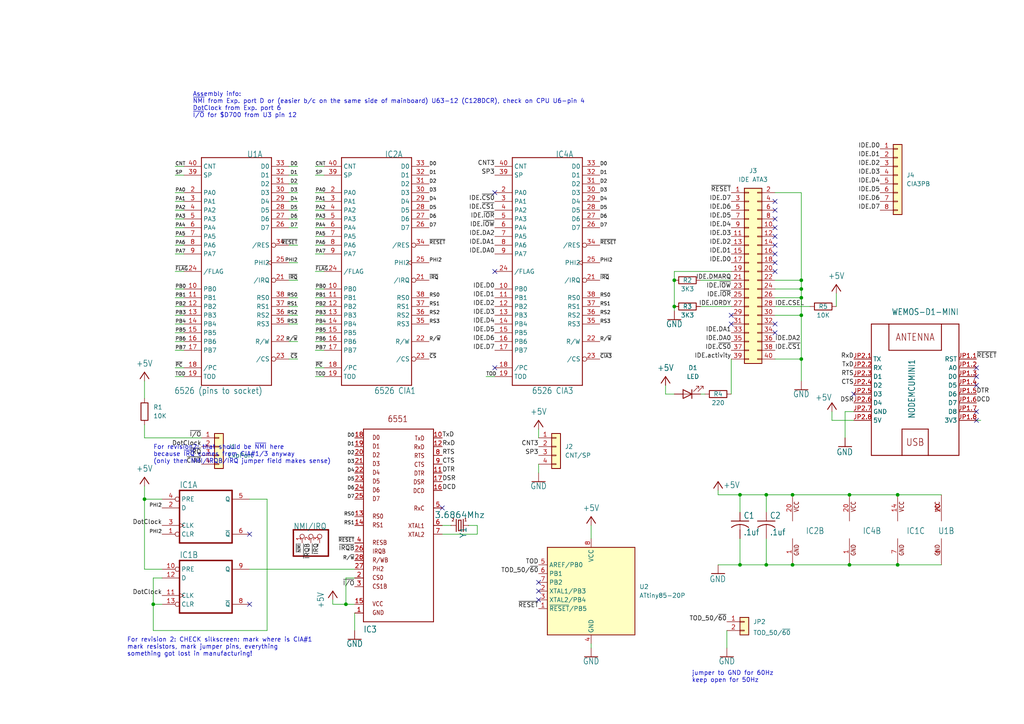
<source format=kicad_sch>
(kicad_sch (version 20211123) (generator eeschema)
  (paper "A4")
  (lib_symbols
    (symbol "Connector_Generic:Conn_01x02" (pin_names (offset 1.016) hide)
      (property "Reference" "J" (at 0 2.54 0))
      (property "Value" "Conn_01x02" (at 0 -5.08 0))
      (symbol "Conn_01x02_1_1"
        (pin passive line (at -5.08 0 0) (length 3.81) (name "Pin_1") (number "1"))
        (pin passive line (at -5.08 -2.54 0) (length 3.81) (name "Pin_2") (number "2"))
      )
    )
    (symbol "Connector_Generic:Conn_01x04" (pin_names (offset 1.016) hide)
      (property "Reference" "J" (at 0 5.08 0))
      (property "Value" "Conn_01x04" (at 0 -7.62 0))
      (symbol "Conn_01x04_1_1"
        (pin passive line (at -5.08 2.54 0) (length 3.81) (name "Pin_1") (number "1"))
        (pin passive line (at -5.08 0 0) (length 3.81) (name "Pin_2") (number "2"))
        (pin passive line (at -5.08 -2.54 0) (length 3.81) (name "Pin_3") (number "3"))
        (pin passive line (at -5.08 -5.08 0) (length 3.81) (name "Pin_4") (number "4"))
      )
    )
    (symbol "Connector_Generic:Conn_01x08" (pin_names (offset 1.016) hide)
      (property "Reference" "J" (at 0 10.16 0))
      (property "Value" "Conn_01x08" (at 0 -12.7 0))
      (symbol "Conn_01x08_1_1"
        (pin passive line (at -5.08 7.62 0) (length 3.81) (name "Pin_1") (number "1"))
        (pin passive line (at -5.08 5.08 0) (length 3.81) (name "Pin_2") (number "2"))
        (pin passive line (at -5.08 2.54 0) (length 3.81) (name "Pin_3") (number "3"))
        (pin passive line (at -5.08 0 0) (length 3.81) (name "Pin_4") (number "4"))
        (pin passive line (at -5.08 -2.54 0) (length 3.81) (name "Pin_5") (number "5"))
        (pin passive line (at -5.08 -5.08 0) (length 3.81) (name "Pin_6") (number "6"))
        (pin passive line (at -5.08 -7.62 0) (length 3.81) (name "Pin_7") (number "7"))
        (pin passive line (at -5.08 -10.16 0) (length 3.81) (name "Pin_8") (number "8"))
      )
    )
    (symbol "Connector_Generic:Conn_02x20_Odd_Even" (pin_names (offset 1.016) hide)
      (property "Reference" "J" (at 1.27 25.4 0))
      (property "Value" "Conn_02x20_Odd_Even" (at 1.27 -27.94 0))
      (symbol "Conn_02x20_Odd_Even_1_1"
        (pin passive line (at -5.08 22.86 0) (length 3.81) (name "Pin_1") (number "1"))
        (pin passive line (at 7.62 12.7 180) (length 3.81) (name "Pin_10") (number "10"))
        (pin passive line (at -5.08 10.16 0) (length 3.81) (name "Pin_11") (number "11"))
        (pin passive line (at 7.62 10.16 180) (length 3.81) (name "Pin_12") (number "12"))
        (pin passive line (at -5.08 7.62 0) (length 3.81) (name "Pin_13") (number "13"))
        (pin passive line (at 7.62 7.62 180) (length 3.81) (name "Pin_14") (number "14"))
        (pin passive line (at -5.08 5.08 0) (length 3.81) (name "Pin_15") (number "15"))
        (pin passive line (at 7.62 5.08 180) (length 3.81) (name "Pin_16") (number "16"))
        (pin passive line (at -5.08 2.54 0) (length 3.81) (name "Pin_17") (number "17"))
        (pin passive line (at 7.62 2.54 180) (length 3.81) (name "Pin_18") (number "18"))
        (pin passive line (at -5.08 0 0) (length 3.81) (name "Pin_19") (number "19"))
        (pin passive line (at 7.62 22.86 180) (length 3.81) (name "Pin_2") (number "2"))
        (pin passive line (at 7.62 0 180) (length 3.81) (name "Pin_20") (number "20"))
        (pin passive line (at -5.08 -2.54 0) (length 3.81) (name "Pin_21") (number "21"))
        (pin passive line (at 7.62 -2.54 180) (length 3.81) (name "Pin_22") (number "22"))
        (pin passive line (at -5.08 -5.08 0) (length 3.81) (name "Pin_23") (number "23"))
        (pin passive line (at 7.62 -5.08 180) (length 3.81) (name "Pin_24") (number "24"))
        (pin passive line (at -5.08 -7.62 0) (length 3.81) (name "Pin_25") (number "25"))
        (pin passive line (at 7.62 -7.62 180) (length 3.81) (name "Pin_26") (number "26"))
        (pin passive line (at -5.08 -10.16 0) (length 3.81) (name "Pin_27") (number "27"))
        (pin passive line (at 7.62 -10.16 180) (length 3.81) (name "Pin_28") (number "28"))
        (pin passive line (at -5.08 -12.7 0) (length 3.81) (name "Pin_29") (number "29"))
        (pin passive line (at -5.08 20.32 0) (length 3.81) (name "Pin_3") (number "3"))
        (pin passive line (at 7.62 -12.7 180) (length 3.81) (name "Pin_30") (number "30"))
        (pin passive line (at -5.08 -15.24 0) (length 3.81) (name "Pin_31") (number "31"))
        (pin passive line (at 7.62 -15.24 180) (length 3.81) (name "Pin_32") (number "32"))
        (pin passive line (at -5.08 -17.78 0) (length 3.81) (name "Pin_33") (number "33"))
        (pin passive line (at 7.62 -17.78 180) (length 3.81) (name "Pin_34") (number "34"))
        (pin passive line (at -5.08 -20.32 0) (length 3.81) (name "Pin_35") (number "35"))
        (pin passive line (at 7.62 -20.32 180) (length 3.81) (name "Pin_36") (number "36"))
        (pin passive line (at -5.08 -22.86 0) (length 3.81) (name "Pin_37") (number "37"))
        (pin passive line (at 7.62 -22.86 180) (length 3.81) (name "Pin_38") (number "38"))
        (pin passive line (at -5.08 -25.4 0) (length 3.81) (name "Pin_39") (number "39"))
        (pin passive line (at 7.62 20.32 180) (length 3.81) (name "Pin_4") (number "4"))
        (pin passive line (at 7.62 -25.4 180) (length 3.81) (name "Pin_40") (number "40"))
        (pin passive line (at -5.08 17.78 0) (length 3.81) (name "Pin_5") (number "5"))
        (pin passive line (at 7.62 17.78 180) (length 3.81) (name "Pin_6") (number "6"))
        (pin passive line (at -5.08 15.24 0) (length 3.81) (name "Pin_7") (number "7"))
        (pin passive line (at 7.62 15.24 180) (length 3.81) (name "Pin_8") (number "8"))
        (pin passive line (at -5.08 12.7 0) (length 3.81) (name "Pin_9") (number "9"))
      )
    )
    (symbol "Device:LED" (pin_numbers hide) (pin_names (offset 1.016) hide)
      (property "Reference" "D" (at 0 2.54 0))
      (property "Value" "LED" (at 0 -2.54 0))
      (symbol "LED_1_1"
        (pin passive line (at -3.81 0 0) (length 2.54) (name "K") (number "1"))
        (pin passive line (at 3.81 0 180) (length 2.54) (name "A") (number "2"))
      )
    )
    (symbol "Device:R" (pin_numbers hide) (pin_names (offset 0))
      (property "Reference" "R" (at 2.032 0 90))
      (property "Value" "R" (at 0 0 90))
      (symbol "R_1_1"
        (pin passive line (at 0 3.81 270) (length 1.27) (name "~") (number "1"))
        (pin passive line (at 0 -3.81 90) (length 1.27) (name "~") (number "2"))
      )
    )
    (symbol "Link232-wifi-eagle-import:+5V" (power)
      (property "Value" "+5V" (at -2.54 -5.08 90))
      (symbol "+5V_1_0"
        (pin power_in line (at 0 -2.54 90) (length 2.54) (name "+5V") (number "1"))
      )
    )
    (symbol "Link232-wifi-eagle-import:6526"
      (property "Reference" "IC" (at -0.635 -0.635 0))
      (symbol "6526_1_0"
        (pin bidirectional line (at 15.24 -5.08 180) (length 5.08) (name "PB0") (number "10"))
        (pin bidirectional line (at 15.24 -7.62 180) (length 5.08) (name "PB1") (number "11"))
        (pin bidirectional line (at 15.24 -10.16 180) (length 5.08) (name "PB2") (number "12"))
        (pin bidirectional line (at 15.24 -12.7 180) (length 5.08) (name "PB3") (number "13"))
        (pin bidirectional line (at 15.24 -15.24 180) (length 5.08) (name "PB4") (number "14"))
        (pin bidirectional line (at 15.24 -17.78 180) (length 5.08) (name "PB5") (number "15"))
        (pin bidirectional line (at 15.24 -20.32 180) (length 5.08) (name "PB6") (number "16"))
        (pin bidirectional line (at 15.24 -22.86 180) (length 5.08) (name "PB7") (number "17"))
        (pin bidirectional line (at 15.24 -27.94 180) (length 5.08) (name "/PC") (number "18"))
        (pin bidirectional line (at 15.24 -30.48 180) (length 5.08) (name "TOD") (number "19"))
        (pin bidirectional line (at 15.24 22.86 180) (length 5.08) (name "PA0") (number "2"))
        (pin open_collector inverted (at -15.24 -2.54 0) (length 5.08) (name "/IRQ") (number "21"))
        (pin input line (at -15.24 -20.32 0) (length 5.08) (name "R/W") (number "22"))
        (pin input inverted (at -15.24 -25.4 0) (length 5.08) (name "/CS") (number "23"))
        (pin input line (at 15.24 0 180) (length 5.08) (name "/FLAG") (number "24"))
        (pin input clock (at -15.24 2.54 0) (length 5.08) (name "PHI2") (number "25"))
        (pin bidirectional line (at -15.24 12.7 0) (length 5.08) (name "D7") (number "26"))
        (pin bidirectional line (at -15.24 15.24 0) (length 5.08) (name "D6") (number "27"))
        (pin bidirectional line (at -15.24 17.78 0) (length 5.08) (name "D5") (number "28"))
        (pin bidirectional line (at -15.24 20.32 0) (length 5.08) (name "D4") (number "29"))
        (pin bidirectional line (at 15.24 20.32 180) (length 5.08) (name "PA1") (number "3"))
        (pin bidirectional line (at -15.24 22.86 0) (length 5.08) (name "D3") (number "30"))
        (pin bidirectional line (at -15.24 25.4 0) (length 5.08) (name "D2") (number "31"))
        (pin bidirectional line (at -15.24 27.94 0) (length 5.08) (name "D1") (number "32"))
        (pin bidirectional line (at -15.24 30.48 0) (length 5.08) (name "D0") (number "33"))
        (pin input inverted (at -15.24 7.62 0) (length 5.08) (name "/RES") (number "34"))
        (pin input line (at -15.24 -15.24 0) (length 5.08) (name "RS3") (number "35"))
        (pin input line (at -15.24 -12.7 0) (length 5.08) (name "RS2") (number "36"))
        (pin input line (at -15.24 -10.16 0) (length 5.08) (name "RS1") (number "37"))
        (pin input line (at -15.24 -7.62 0) (length 5.08) (name "RS0") (number "38"))
        (pin bidirectional line (at 15.24 27.94 180) (length 5.08) (name "SP") (number "39"))
        (pin bidirectional line (at 15.24 17.78 180) (length 5.08) (name "PA2") (number "4"))
        (pin input line (at 15.24 30.48 180) (length 5.08) (name "CNT") (number "40"))
        (pin bidirectional line (at 15.24 15.24 180) (length 5.08) (name "PA3") (number "5"))
        (pin bidirectional line (at 15.24 12.7 180) (length 5.08) (name "PA4") (number "6"))
        (pin bidirectional line (at 15.24 10.16 180) (length 5.08) (name "PA5") (number "7"))
        (pin bidirectional line (at 15.24 7.62 180) (length 5.08) (name "PA6") (number "8"))
        (pin bidirectional line (at 15.24 5.08 180) (length 5.08) (name "PA7") (number "9"))
      )
      (symbol "6526_2_0"
        (text "GND" (at 1.905 -7.62 900) (effects (font (size 1.27 1.0795)) (justify left bottom)))
        (text "VCC" (at 1.905 5.08 900) (effects (font (size 1.27 1.0795)) (justify left bottom)))
        (pin power_in line (at 0 -10.16 90) (length 7.62) (name "GND") (number "1"))
        (pin power_in line (at 0 10.16 270) (length 7.62) (name "VCC") (number "20"))
      )
    )
    (symbol "Link232-wifi-eagle-import:6551"
      (property "Reference" "IC" (at -5.08 -41.275 0))
      (symbol "6551_1_0"
        (text "6551" (at 1.905 19.685 0) (effects (font (size 1.778 1.5113)) (justify left bottom)))
        (text "CS0" (at -2.54 -26.035 0) (effects (font (size 1.27 1.0795)) (justify left bottom)))
        (text "CS1B" (at -2.54 -28.575 0) (effects (font (size 1.27 1.0795)) (justify left bottom)))
        (text "CTS" (at 12.7 8.255 0) (effects (font (size 1.27 1.0795)) (justify right top)))
        (text "D0" (at -2.54 14.605 0) (effects (font (size 1.27 1.0795)) (justify left bottom)))
        (text "D1" (at -2.54 12.065 0) (effects (font (size 1.27 1.0795)) (justify left bottom)))
        (text "D2" (at -2.54 9.525 0) (effects (font (size 1.27 1.0795)) (justify left bottom)))
        (text "D3" (at -2.54 6.985 0) (effects (font (size 1.27 1.0795)) (justify left bottom)))
        (text "D4" (at -2.54 4.445 0) (effects (font (size 1.27 1.0795)) (justify left bottom)))
        (text "D5" (at -2.54 1.905 0) (effects (font (size 1.27 1.0795)) (justify left bottom)))
        (text "D6" (at -2.54 -0.635 0) (effects (font (size 1.27 1.0795)) (justify left bottom)))
        (text "D7" (at -2.54 -3.175 0) (effects (font (size 1.27 1.0795)) (justify left bottom)))
        (text "DCD" (at 12.7 0.635 0) (effects (font (size 1.27 1.0795)) (justify right top)))
        (text "DSR" (at 12.7 3.175 0) (effects (font (size 1.27 1.0795)) (justify right top)))
        (text "DTR" (at 12.7 5.715 0) (effects (font (size 1.27 1.0795)) (justify right top)))
        (text "GND" (at -2.54 -36.195 0) (effects (font (size 1.27 1.0795)) (justify left bottom)))
        (text "IRQB" (at -2.54 -18.415 0) (effects (font (size 1.27 1.0795)) (justify left bottom)))
        (text "PH2" (at -2.54 -23.495 0) (effects (font (size 1.27 1.0795)) (justify left bottom)))
        (text "R/WB" (at -2.54 -20.955 0) (effects (font (size 1.27 1.0795)) (justify left bottom)))
        (text "RESB" (at -2.54 -15.875 0) (effects (font (size 1.27 1.0795)) (justify left bottom)))
        (text "RS0" (at -2.54 -8.255 0) (effects (font (size 1.27 1.0795)) (justify left bottom)))
        (text "RS1" (at -2.54 -10.795 0) (effects (font (size 1.27 1.0795)) (justify left bottom)))
        (text "RTS" (at 12.7 10.795 0) (effects (font (size 1.27 1.0795)) (justify right top)))
        (text "RxC" (at 12.7 -4.445 0) (effects (font (size 1.27 1.0795)) (justify right top)))
        (text "RxD" (at 12.7 13.335 0) (effects (font (size 1.27 1.0795)) (justify right top)))
        (text "TxD" (at 12.7 15.875 0) (effects (font (size 1.27 1.0795)) (justify right top)))
        (text "VCC" (at -2.54 -33.655 0) (effects (font (size 1.27 1.0795)) (justify left bottom)))
        (text "XTAL1" (at 12.7 -9.525 0) (effects (font (size 1.27 1.0795)) (justify right top)))
        (text "XTAL2" (at 12.7 -12.065 0) (effects (font (size 1.27 1.0795)) (justify right top)))
        (pin passive line (at -7.62 -35.56 0) (length 2.54) (name "1") (number "1"))
        (pin passive line (at 17.78 15.24 180) (length 2.54) (name "10") (number "10"))
        (pin passive line (at 17.78 5.08 180) (length 2.54) (name "11") (number "11"))
        (pin passive line (at 17.78 12.7 180) (length 2.54) (name "12") (number "12"))
        (pin passive line (at -7.62 -7.62 0) (length 2.54) (name "13") (number "13"))
        (pin passive line (at -7.62 -10.16 0) (length 2.54) (name "14") (number "14"))
        (pin passive line (at -7.62 -33.02 0) (length 2.54) (name "15") (number "15"))
        (pin passive line (at 17.78 0 180) (length 2.54) (name "16") (number "16"))
        (pin passive line (at 17.78 2.54 180) (length 2.54) (name "17") (number "17"))
        (pin passive line (at -7.62 15.24 0) (length 2.54) (name "18") (number "18"))
        (pin passive line (at -7.62 12.7 0) (length 2.54) (name "19") (number "19"))
        (pin passive line (at -7.62 -25.4 0) (length 2.54) (name "2") (number "2"))
        (pin passive line (at -7.62 10.16 0) (length 2.54) (name "20") (number "20"))
        (pin passive line (at -7.62 7.62 0) (length 2.54) (name "21") (number "21"))
        (pin passive line (at -7.62 5.08 0) (length 2.54) (name "22") (number "22"))
        (pin passive line (at -7.62 2.54 0) (length 2.54) (name "23") (number "23"))
        (pin passive line (at -7.62 0 0) (length 2.54) (name "24") (number "24"))
        (pin passive line (at -7.62 -2.54 0) (length 2.54) (name "25") (number "25"))
        (pin passive line (at -7.62 -17.78 0) (length 2.54) (name "26") (number "26"))
        (pin passive line (at -7.62 -22.86 0) (length 2.54) (name "27") (number "27"))
        (pin passive line (at -7.62 -20.32 0) (length 2.54) (name "28") (number "28"))
        (pin passive line (at -7.62 -27.94 0) (length 2.54) (name "3") (number "3"))
        (pin passive line (at -7.62 -15.24 0) (length 2.54) (name "4") (number "4"))
        (pin passive line (at 17.78 -5.08 180) (length 2.54) (name "5") (number "5"))
        (pin passive line (at 17.78 -10.16 180) (length 2.54) (name "6") (number "6"))
        (pin passive line (at 17.78 -12.7 180) (length 2.54) (name "7") (number "7"))
        (pin passive line (at 17.78 10.16 180) (length 2.54) (name "8") (number "8"))
        (pin passive line (at 17.78 7.62 180) (length 2.54) (name "9") (number "9"))
      )
    )
    (symbol "Link232-wifi-eagle-import:7474N"
      (property "Reference" "IC" (at -0.635 -0.635 0))
      (symbol "7474N_1_0"
        (pin input inverted (at -12.7 -5.08 0) (length 5.08) (name "CLR") (number "1"))
        (pin input line (at -12.7 2.54 0) (length 5.08) (name "D") (number "2"))
        (pin input clock (at -12.7 -2.54 0) (length 5.08) (name "CLK") (number "3"))
        (pin input inverted (at -12.7 5.08 0) (length 5.08) (name "PRE") (number "4"))
        (pin output line (at 12.7 5.08 180) (length 5.08) (name "Q") (number "5"))
        (pin output line (at 12.7 -5.08 180) (length 5.08) (name "~{Q}") (number "6"))
      )
      (symbol "7474N_2_0"
        (pin input inverted (at -12.7 5.08 0) (length 5.08) (name "PRE") (number "10"))
        (pin input clock (at -12.7 -2.54 0) (length 5.08) (name "CLK") (number "11"))
        (pin input line (at -12.7 2.54 0) (length 5.08) (name "D") (number "12"))
        (pin input inverted (at -12.7 -5.08 0) (length 5.08) (name "CLR") (number "13"))
        (pin output line (at 12.7 -5.08 180) (length 5.08) (name "~{Q}") (number "8"))
        (pin output line (at 12.7 5.08 180) (length 5.08) (name "Q") (number "9"))
      )
      (symbol "7474N_3_0"
        (text "GND" (at 1.905 -7.62 900) (effects (font (size 1.27 1.0795)) (justify left bottom)))
        (text "VCC" (at 1.905 5.08 900) (effects (font (size 1.27 1.0795)) (justify left bottom)))
        (pin power_in line (at 0 10.16 270) (length 7.62) (name "VCC") (number "14"))
        (pin power_in line (at 0 -10.16 90) (length 7.62) (name "GND") (number "7"))
      )
    )
    (symbol "Link232-wifi-eagle-import:C-US050-024X044"
      (property "Reference" "C" (at 1.016 0.635 0))
      (property "Value" "C-US050-024X044" (at 1.016 -4.191 0))
      (symbol "C-US050-024X044_1_0"
        (pin passive line (at 0 2.54 270) (length 2.54) (name "1") (number "1"))
        (pin passive line (at 0 -5.08 90) (length 2.54) (name "2") (number "2"))
      )
    )
    (symbol "Link232-wifi-eagle-import:CRYSTALPTH-HC49US"
      (property "Reference" "Y" (at 0 2.032 0))
      (property "Value" "CRYSTALPTH-HC49US" (at 0 -2.032 0))
      (symbol "CRYSTALPTH-HC49US_1_0"
        (text "1" (at -2.159 -1.143 0) (effects (font (size 0.8636 0.734)) (justify left bottom)))
        (text "2" (at 1.524 -1.143 0) (effects (font (size 0.8636 0.734)) (justify left bottom)))
        (pin passive line (at -2.54 0 0) (length 0) (name "1") (number "1"))
        (pin passive line (at 2.54 0 180) (length 0) (name "2") (number "2"))
      )
    )
    (symbol "Link232-wifi-eagle-import:GND" (power)
      (property "Value" "GND" (at -2.54 -2.54 0))
      (symbol "GND_1_0"
        (pin power_in line (at 0 2.54 270) (length 2.54) (name "GND") (number "1"))
      )
    )
    (symbol "Link232-wifi-eagle-import:PINHD-1X3"
      (property "Reference" "JP" (at -6.35 5.715 0))
      (property "Value" "PINHD-1X3" (at -6.35 -7.62 0))
      (symbol "PINHD-1X3_1_0"
        (pin passive inverted (at -2.54 2.54 0) (length 2.54) (name "1") (number "1"))
        (pin passive inverted (at -2.54 0 0) (length 2.54) (name "2") (number "2"))
        (pin passive inverted (at -2.54 -2.54 0) (length 2.54) (name "3") (number "3"))
      )
    )
    (symbol "Link232-wifi-eagle-import:WEMOS-D1-MINI"
      (property "Value" "WEMOS-D1-MINI" (at -12.7 22.86 0))
      (symbol "WEMOS-D1-MINI_1_0"
        (text "ANTENNA" (at 0 16.51 0) (effects (font (size 2.032 1.7272))))
        (text "USB" (at 0 -13.97 0) (effects (font (size 2.032 1.7272))))
        (pin bidirectional line (at -17.78 10.16 0) (length 5.08) (name "RST") (number "JP1.1"))
        (pin bidirectional line (at -17.78 7.62 0) (length 5.08) (name "A0") (number "JP1.2"))
        (pin bidirectional line (at -17.78 5.08 0) (length 5.08) (name "D0") (number "JP1.3"))
        (pin bidirectional line (at -17.78 2.54 0) (length 5.08) (name "D5") (number "JP1.4"))
        (pin bidirectional line (at -17.78 0 0) (length 5.08) (name "D6") (number "JP1.5"))
        (pin bidirectional line (at -17.78 -2.54 0) (length 5.08) (name "D7") (number "JP1.6"))
        (pin bidirectional line (at -17.78 -5.08 0) (length 5.08) (name "D8") (number "JP1.7"))
        (pin power_in line (at -17.78 -7.62 0) (length 5.08) (name "3V3") (number "JP1.8"))
        (pin bidirectional line (at 17.78 10.16 180) (length 5.08) (name "TX") (number "JP2.1"))
        (pin bidirectional line (at 17.78 7.62 180) (length 5.08) (name "RX") (number "JP2.2"))
        (pin bidirectional line (at 17.78 5.08 180) (length 5.08) (name "D1") (number "JP2.3"))
        (pin bidirectional line (at 17.78 2.54 180) (length 5.08) (name "D2") (number "JP2.4"))
        (pin bidirectional line (at 17.78 0 180) (length 5.08) (name "D3") (number "JP2.5"))
        (pin bidirectional line (at 17.78 -2.54 180) (length 5.08) (name "D4") (number "JP2.6"))
        (pin power_in line (at 17.78 -5.08 180) (length 5.08) (name "GND") (number "JP2.7"))
        (pin power_in line (at 17.78 -7.62 180) (length 5.08) (name "5V") (number "JP2.8"))
      )
    )
    (symbol "MCU_Microchip_ATtiny:ATtiny85-20P"
      (property "Reference" "U" (at -12.7 13.97 0))
      (property "Value" "ATtiny85-20P" (at 2.54 -13.97 0))
      (symbol "ATtiny85-20P_1_1"
        (pin bidirectional line (at 15.24 -5.08 180) (length 2.54) (name "~{RESET}/PB5") (number "1"))
        (pin bidirectional line (at 15.24 0 180) (length 2.54) (name "XTAL1/PB3") (number "2"))
        (pin bidirectional line (at 15.24 -2.54 180) (length 2.54) (name "XTAL2/PB4") (number "3"))
        (pin power_in line (at 0 -15.24 90) (length 2.54) (name "GND") (number "4"))
        (pin bidirectional line (at 15.24 7.62 180) (length 2.54) (name "AREF/PB0") (number "5"))
        (pin bidirectional line (at 15.24 5.08 180) (length 2.54) (name "PB1") (number "6"))
        (pin bidirectional line (at 15.24 2.54 180) (length 2.54) (name "PB2") (number "7"))
        (pin power_in line (at 0 15.24 270) (length 2.54) (name "VCC") (number "8"))
      )
    )
  )
  (junction (at 100.33 175.26))
  (junction (at 41.91 144.78))
  (junction (at 260.35 163.83))
  (junction (at 232.41 104.14))
  (junction (at 232.41 81.28))
  (junction (at 214.63 163.83))
  (junction (at 260.35 143.51))
  (junction (at 222.25 163.83))
  (junction (at 232.41 91.44))
  (junction (at 195.58 81.28))
  (junction (at 246.38 143.51))
  (junction (at 222.25 143.51))
  (junction (at 229.87 163.83))
  (junction (at 232.41 86.36))
  (junction (at 44.45 175.26))
  (junction (at 195.58 88.9))
  (junction (at 232.41 83.82))
  (junction (at 214.63 143.51))
  (junction (at 246.38 163.83))
  (junction (at 229.87 143.51))
  (no_connect (at 156.21 168.91))
  (no_connect (at 283.21 121.92))
  (no_connect (at 128.27 147.32))
  (no_connect (at 247.65 114.3))
  (no_connect (at 283.21 119.38))
  (no_connect (at 283.21 109.22))
  (no_connect (at 283.21 111.76))
  (no_connect (at 283.21 106.68))
  (no_connect (at 156.21 173.99))
  (no_connect (at 212.09 91.44))
  (no_connect (at 72.39 175.26))
  (no_connect (at 72.39 154.94))
  (no_connect (at 212.09 93.98))
  (no_connect (at 143.51 106.68))
  (no_connect (at 143.51 55.88))
  (no_connect (at 143.51 78.74))
  (no_connect (at 224.79 96.52))
  (no_connect (at 224.79 93.98))
  (no_connect (at 224.79 63.5))
  (no_connect (at 224.79 60.96))
  (no_connect (at 224.79 58.42))
  (no_connect (at 224.79 78.74))
  (no_connect (at 224.79 76.2))
  (no_connect (at 224.79 73.66))
  (no_connect (at 224.79 71.12))
  (no_connect (at 224.79 68.58))
  (no_connect (at 224.79 66.04))
  (no_connect (at 156.21 171.45))
  (wire (pts (xy 224.79 91.44) (xy 232.41 91.44)))
  (wire (pts (xy 232.41 86.36) (xy 232.41 83.82)))
  (wire (pts (xy 246.38 143.51) (xy 260.35 143.51)))
  (wire (pts (xy 41.91 127) (xy 41.91 123.19)))
  (wire (pts (xy 41.91 144.78) (xy 41.91 165.1)))
  (wire (pts (xy 156.21 134.62) (xy 156.21 137.16)))
  (wire (pts (xy 224.79 83.82) (xy 232.41 83.82)))
  (wire (pts (xy 77.47 182.88) (xy 77.47 144.78)))
  (wire (pts (xy 247.65 121.92) (xy 241.3 121.92)))
  (wire (pts (xy 58.42 127) (xy 41.91 127)))
  (wire (pts (xy 53.34 93.98) (xy 50.8 93.98)))
  (wire (pts (xy 44.45 167.64) (xy 44.45 175.26)))
  (wire (pts (xy 83.82 99.06) (xy 86.36 99.06)))
  (wire (pts (xy 232.41 81.28) (xy 232.41 55.88)))
  (wire (pts (xy 93.98 83.82) (xy 91.44 83.82)))
  (wire (pts (xy 138.43 152.4) (xy 135.89 152.4)))
  (wire (pts (xy 72.39 165.1) (xy 102.87 165.1)))
  (wire (pts (xy 222.25 163.83) (xy 214.63 163.83)))
  (wire (pts (xy 53.34 78.74) (xy 50.8 78.74)))
  (wire (pts (xy 224.79 104.14) (xy 232.41 104.14)))
  (wire (pts (xy 53.34 96.52) (xy 50.8 96.52)))
  (wire (pts (xy 222.25 143.51) (xy 229.87 143.51)))
  (wire (pts (xy 214.63 163.83) (xy 214.63 156.21)))
  (wire (pts (xy 212.09 78.74) (xy 195.58 78.74)))
  (wire (pts (xy 222.25 163.83) (xy 229.87 163.83)))
  (wire (pts (xy 222.25 143.51) (xy 222.25 148.59)))
  (wire (pts (xy 53.34 86.36) (xy 50.8 86.36)))
  (wire (pts (xy 93.98 50.8) (xy 91.44 50.8)))
  (wire (pts (xy 53.34 48.26) (xy 50.8 48.26)))
  (wire (pts (xy 102.87 167.64) (xy 100.33 167.64)))
  (wire (pts (xy 93.98 63.5) (xy 91.44 63.5)))
  (wire (pts (xy 212.09 114.3) (xy 212.09 104.14)))
  (wire (pts (xy 195.58 78.74) (xy 195.58 81.28)))
  (wire (pts (xy 232.41 91.44) (xy 232.41 86.36)))
  (wire (pts (xy 83.82 53.34) (xy 86.36 53.34)))
  (wire (pts (xy 224.79 88.9) (xy 234.95 88.9)))
  (wire (pts (xy 96.52 175.26) (xy 96.52 173.99)))
  (wire (pts (xy 193.04 114.3) (xy 195.58 114.3)))
  (wire (pts (xy 83.82 71.12) (xy 86.36 71.12)))
  (wire (pts (xy 100.33 175.26) (xy 96.52 175.26)))
  (wire (pts (xy 46.99 175.26) (xy 44.45 175.26)))
  (wire (pts (xy 83.82 76.2) (xy 86.36 76.2)))
  (wire (pts (xy 284.48 121.92) (xy 283.21 121.92)))
  (wire (pts (xy 44.45 175.26) (xy 44.45 182.88)))
  (wire (pts (xy 53.34 63.5) (xy 50.8 63.5)))
  (wire (pts (xy 171.45 152.4) (xy 171.45 156.21)))
  (wire (pts (xy 102.87 177.8) (xy 102.87 182.88)))
  (wire (pts (xy 41.91 144.78) (xy 46.99 144.78)))
  (wire (pts (xy 53.34 68.58) (xy 50.8 68.58)))
  (wire (pts (xy 246.38 163.83) (xy 260.35 163.83)))
  (wire (pts (xy 93.98 88.9) (xy 91.44 88.9)))
  (wire (pts (xy 93.98 71.12) (xy 91.44 71.12)))
  (wire (pts (xy 102.87 175.26) (xy 100.33 175.26)))
  (wire (pts (xy 93.98 86.36) (xy 91.44 86.36)))
  (wire (pts (xy 247.65 119.38) (xy 245.11 119.38)))
  (wire (pts (xy 93.98 55.88) (xy 91.44 55.88)))
  (wire (pts (xy 83.82 81.28) (xy 86.36 81.28)))
  (wire (pts (xy 128.27 152.4) (xy 130.81 152.4)))
  (wire (pts (xy 214.63 143.51) (xy 208.28 143.51)))
  (wire (pts (xy 83.82 60.96) (xy 86.36 60.96)))
  (wire (pts (xy 41.91 140.97) (xy 41.91 144.78)))
  (wire (pts (xy 77.47 144.78) (xy 72.39 144.78)))
  (wire (pts (xy 241.3 121.92) (xy 241.3 119.38)))
  (wire (pts (xy 53.34 101.6) (xy 50.8 101.6)))
  (wire (pts (xy 93.98 48.26) (xy 91.44 48.26)))
  (wire (pts (xy 53.34 99.06) (xy 50.8 99.06)))
  (wire (pts (xy 245.11 119.38) (xy 245.11 127)))
  (wire (pts (xy 83.82 91.44) (xy 86.36 91.44)))
  (wire (pts (xy 53.34 66.04) (xy 50.8 66.04)))
  (wire (pts (xy 53.34 58.42) (xy 50.8 58.42)))
  (wire (pts (xy 41.91 110.49) (xy 41.91 115.57)))
  (wire (pts (xy 83.82 93.98) (xy 86.36 93.98)))
  (wire (pts (xy 83.82 55.88) (xy 86.36 55.88)))
  (wire (pts (xy 83.82 48.26) (xy 86.36 48.26)))
  (wire (pts (xy 83.82 86.36) (xy 86.36 86.36)))
  (wire (pts (xy 242.57 85.09) (xy 242.57 88.9)))
  (wire (pts (xy 208.28 163.83) (xy 214.63 163.83)))
  (wire (pts (xy 203.2 114.3) (xy 204.47 114.3)))
  (wire (pts (xy 53.34 109.22) (xy 50.8 109.22)))
  (wire (pts (xy 224.79 81.28) (xy 232.41 81.28)))
  (wire (pts (xy 210.82 182.88) (xy 210.82 187.96)))
  (wire (pts (xy 195.58 88.9) (xy 195.58 90.17)))
  (wire (pts (xy 93.98 58.42) (xy 91.44 58.42)))
  (wire (pts (xy 93.98 99.06) (xy 91.44 99.06)))
  (wire (pts (xy 93.98 68.58) (xy 91.44 68.58)))
  (wire (pts (xy 93.98 96.52) (xy 91.44 96.52)))
  (wire (pts (xy 53.34 60.96) (xy 50.8 60.96)))
  (wire (pts (xy 260.35 163.83) (xy 273.05 163.83)))
  (wire (pts (xy 83.82 88.9) (xy 86.36 88.9)))
  (wire (pts (xy 138.43 154.94) (xy 138.43 152.4)))
  (wire (pts (xy 93.98 91.44) (xy 91.44 91.44)))
  (wire (pts (xy 53.34 73.66) (xy 50.8 73.66)))
  (wire (pts (xy 83.82 104.14) (xy 86.36 104.14)))
  (wire (pts (xy 232.41 104.14) (xy 232.41 91.44)))
  (wire (pts (xy 229.87 143.51) (xy 246.38 143.51)))
  (wire (pts (xy 53.34 55.88) (xy 50.8 55.88)))
  (wire (pts (xy 232.41 110.49) (xy 232.41 104.14)))
  (wire (pts (xy 93.98 60.96) (xy 91.44 60.96)))
  (wire (pts (xy 203.2 81.28) (xy 212.09 81.28)))
  (wire (pts (xy 93.98 66.04) (xy 91.44 66.04)))
  (wire (pts (xy 214.63 143.51) (xy 222.25 143.51)))
  (wire (pts (xy 53.34 91.44) (xy 50.8 91.44)))
  (wire (pts (xy 53.34 88.9) (xy 50.8 88.9)))
  (wire (pts (xy 232.41 55.88) (xy 224.79 55.88)))
  (wire (pts (xy 260.35 143.51) (xy 273.05 143.51)))
  (wire (pts (xy 93.98 109.22) (xy 91.44 109.22)))
  (wire (pts (xy 83.82 50.8) (xy 86.36 50.8)))
  (wire (pts (xy 208.28 143.51) (xy 208.28 142.24)))
  (wire (pts (xy 143.51 109.22) (xy 140.97 109.22)))
  (wire (pts (xy 222.25 163.83) (xy 222.25 156.21)))
  (wire (pts (xy 83.82 58.42) (xy 86.36 58.42)))
  (wire (pts (xy 224.79 86.36) (xy 232.41 86.36)))
  (wire (pts (xy 44.45 182.88) (xy 77.47 182.88)))
  (wire (pts (xy 93.98 106.68) (xy 91.44 106.68)))
  (wire (pts (xy 53.34 50.8) (xy 50.8 50.8)))
  (wire (pts (xy 93.98 101.6) (xy 91.44 101.6)))
  (wire (pts (xy 83.82 63.5) (xy 86.36 63.5)))
  (wire (pts (xy 46.99 167.64) (xy 44.45 167.64)))
  (wire (pts (xy 93.98 73.66) (xy 91.44 73.66)))
  (wire (pts (xy 100.33 167.64) (xy 100.33 175.26)))
  (wire (pts (xy 195.58 81.28) (xy 195.58 88.9)))
  (wire (pts (xy 53.34 83.82) (xy 50.8 83.82)))
  (wire (pts (xy 83.82 66.04) (xy 86.36 66.04)))
  (wire (pts (xy 128.27 154.94) (xy 138.43 154.94)))
  (wire (pts (xy 41.91 165.1) (xy 46.99 165.1)))
  (wire (pts (xy 53.34 106.68) (xy 50.8 106.68)))
  (wire (pts (xy 229.87 163.83) (xy 246.38 163.83)))
  (wire (pts (xy 93.98 78.74) (xy 91.44 78.74)))
  (wire (pts (xy 193.04 111.76) (xy 193.04 114.3)))
  (wire (pts (xy 53.34 71.12) (xy 50.8 71.12)))
  (wire (pts (xy 171.45 186.69) (xy 171.45 187.96)))
  (wire (pts (xy 93.98 93.98) (xy 91.44 93.98)))
  (wire (pts (xy 156.21 124.46) (xy 156.21 127)))
  (wire (pts (xy 203.2 88.9) (xy 212.09 88.9)))
  (wire (pts (xy 232.41 83.82) (xy 232.41 81.28)))
  (wire (pts (xy 214.63 143.51) (xy 214.63 148.59)))
  (text "jumper to GND for 60Hz\nkeep open for 50Hz" (at 200.66 198.12 0) (effects (font (size 1.27 1.27)) (justify left bottom)))
  (text "Assembly info:\n~{NMI} from Exp. port D or (easier b/c on the same side of mainboard) U63-12 (C128DCR), check on CPU U6-pin 4\nDotClock from Exp. port 6\n~{I/O} for $D700 from U3 pin 12" (at 55.88 34.29 0) (effects (font (size 1.27 1.27)) (justify left bottom)))
  (text "For revision 2: CHECK silkscreen: mark where is CIA#1\nmark resistors, mark jumper pins, everything\nsomething got lost in manufacturing!" (at 36.83 190.5 0) (effects (font (size 1.27 1.27)) (justify left bottom)))
  (text "For revision2: that should be ~{NMI} here\nbecause ~{IRQ} comes from CIA#1/3 anyway\n(only then NMI/IRQB/IRQ jumper field makes sense)" (at 44.45 134.62 0) (effects (font (size 1.27 1.27)) (justify left bottom)))
  (label "RS2" (at 173.99 91.44 0) (effects (font (size 1.016 1.016))))
  (label "RS1" (at 102.87 152.4 180) (effects (font (size 1.016 1.016))))
  (label "PA6" (at 50.8 71.12 0) (effects (font (size 1.016 1.016))))
  (label "IDE.DA0" (at 143.51 73.66 180))
  (label "IDE.D5" (at 212.09 63.5 180))
  (label "~{IRQ}" (at 173.99 81.28 0) (effects (font (size 1.016 1.016))))
  (label "D4" (at 124.46 58.42 0) (effects (font (size 1.016 1.016))))
  (label "R{slash}~{W}" (at 173.99 99.06 0) (effects (font (size 1.016 1.016))))
  (label "~{CIA3}" (at 58.42 134.62 180))
  (label "~{IRQB}" (at 102.87 160.02 180))
  (label "D0" (at 173.99 48.26 0) (effects (font (size 1.016 1.016))))
  (label "RS1" (at 124.46 88.9 0) (effects (font (size 1.016 1.016))))
  (label "RS3" (at 86.36 93.98 180) (effects (font (size 1.016 1.016))))
  (label "PB4" (at 50.8 93.98 0) (effects (font (size 1.016 1.016))))
  (label "IDE.activity" (at 212.09 104.14 180))
  (label "PB4" (at 91.44 93.98 0) (effects (font (size 1.016 1.016))))
  (label "IDE.DA0" (at 212.09 99.06 180))
  (label "D1" (at 86.36 50.8 180) (effects (font (size 1.016 1.016))))
  (label "RS2" (at 86.36 91.44 180) (effects (font (size 1.016 1.016))))
  (label "PB0" (at 91.44 83.82 0) (effects (font (size 1.016 1.016))))
  (label "IDE.~{IOR}" (at 212.09 86.36 180))
  (label "PHI2" (at 124.46 76.2 0) (effects (font (size 1.016 1.016))))
  (label "D6" (at 173.99 63.5 0) (effects (font (size 1.016 1.016))))
  (label "DotClock" (at 46.99 172.72 180))
  (label "RS2" (at 124.46 91.44 0) (effects (font (size 1.016 1.016))))
  (label "D7" (at 102.87 144.78 180) (effects (font (size 1.016 1.016))))
  (label "PHI2" (at 46.99 147.32 180) (effects (font (size 1.016 1.016))))
  (label "D5" (at 124.46 60.96 0) (effects (font (size 1.016 1.016))))
  (label "DCD" (at 128.27 142.24 0))
  (label "IDE.D6" (at 255.27 58.42 180))
  (label "CTS" (at 128.27 134.62 0))
  (label "PA1" (at 50.8 58.42 0) (effects (font (size 1.016 1.016))))
  (label "RTS" (at 128.27 132.08 0))
  (label "RS1" (at 86.36 88.9 180) (effects (font (size 1.016 1.016))))
  (label "IDE.D1" (at 212.09 73.66 180))
  (label "D4" (at 102.87 137.16 180) (effects (font (size 1.016 1.016))))
  (label "IDE.D0" (at 255.27 43.18 180))
  (label "CNT" (at 91.44 48.26 0) (effects (font (size 1.016 1.016))))
  (label "PA5" (at 50.8 68.58 0) (effects (font (size 1.016 1.016))))
  (label "D2" (at 86.36 53.34 180) (effects (font (size 1.016 1.016))))
  (label "SP" (at 50.8 50.8 0) (effects (font (size 1.016 1.016))))
  (label "PA1" (at 91.44 58.42 0) (effects (font (size 1.016 1.016))))
  (label "SP3" (at 143.51 50.8 180))
  (label "~{CIA3}" (at 173.99 104.14 0) (effects (font (size 1.016 1.016))))
  (label "IDE.~{CS1}" (at 224.79 101.6 0))
  (label "IDE.~{CS0}" (at 212.09 101.6 180))
  (label "IDE.D1" (at 143.51 86.36 180))
  (label "IDE.D6" (at 212.09 60.96 180))
  (label "IDE.DA2" (at 143.51 68.58 180))
  (label "CNT3" (at 143.51 48.26 180))
  (label "D0" (at 102.87 127 180) (effects (font (size 1.016 1.016))))
  (label "IDE.D5" (at 255.27 55.88 180))
  (label "SP3" (at 156.21 132.08 180))
  (label "~{RESET}" (at 156.21 176.53 180))
  (label "R{slash}~{W}" (at 102.87 162.56 180) (effects (font (size 1.016 1.016))))
  (label "PB5" (at 50.8 96.52 0) (effects (font (size 1.016 1.016))))
  (label "IDE.D5" (at 143.51 96.52 180))
  (label "CNT" (at 50.8 48.26 0) (effects (font (size 1.016 1.016))))
  (label "TOD" (at 140.97 109.22 0) (effects (font (size 1.016 1.016))))
  (label "RS3" (at 173.99 93.98 0) (effects (font (size 1.016 1.016))))
  (label "D2" (at 124.46 53.34 0) (effects (font (size 1.016 1.016))))
  (label "CTS" (at 247.65 111.76 180))
  (label "RS0" (at 173.99 86.36 0) (effects (font (size 1.016 1.016))))
  (label "SP" (at 91.44 50.8 0) (effects (font (size 1.016 1.016))))
  (label "PA5" (at 91.44 68.58 0) (effects (font (size 1.016 1.016))))
  (label "IDE.D2" (at 255.27 48.26 180))
  (label "PB2" (at 50.8 88.9 0) (effects (font (size 1.016 1.016))))
  (label "IDE.~{CS1}" (at 143.51 60.96 180))
  (label "DTR" (at 128.27 137.16 0))
  (label "PA2" (at 50.8 60.96 0) (effects (font (size 1.016 1.016))))
  (label "IDE.D0" (at 212.09 76.2 180))
  (label "D0" (at 86.36 48.26 180) (effects (font (size 1.016 1.016))))
  (label "D5" (at 86.36 60.96 180) (effects (font (size 1.016 1.016))))
  (label "~{IRQ}" (at 58.42 132.08 180))
  (label "R{slash}~{W}" (at 124.46 99.06 0) (effects (font (size 1.016 1.016))))
  (label "IDE.D7" (at 212.09 58.42 180))
  (label "D0" (at 124.46 48.26 0) (effects (font (size 1.016 1.016))))
  (label "DCD" (at 283.21 116.84 0))
  (label "DotClock" (at 46.99 152.4 180))
  (label "D7" (at 86.36 66.04 180) (effects (font (size 1.016 1.016))))
  (label "PA7" (at 91.44 73.66 0) (effects (font (size 1.016 1.016))))
  (label "DotClock" (at 58.42 129.54 180))
  (label "PB7" (at 91.44 101.6 0) (effects (font (size 1.016 1.016))))
  (label "D2" (at 173.99 53.34 0) (effects (font (size 1.016 1.016))))
  (label "PHI2" (at 86.36 76.2 180) (effects (font (size 1.016 1.016))))
  (label "IDE.DA2" (at 224.79 99.06 0))
  (label "IDE.D4" (at 212.09 66.04 180))
  (label "PA0" (at 91.44 55.88 0) (effects (font (size 1.016 1.016))))
  (label "~{PC}" (at 50.8 106.68 0) (effects (font (size 1.016 1.016))))
  (label "DTR" (at 283.21 114.3 0))
  (label "IDE.D7" (at 255.27 60.96 180))
  (label "D5" (at 102.87 139.7 180) (effects (font (size 1.016 1.016))))
  (label "~{NMI}" (at 87.63 157.48 270) (effects (font (size 1.016 1.016))))
  (label "PA4" (at 50.8 66.04 0) (effects (font (size 1.016 1.016))))
  (label "PA4" (at 91.44 66.04 0) (effects (font (size 1.016 1.016))))
  (label "TOD" (at 50.8 109.22 0) (effects (font (size 1.016 1.016))))
  (label "RxD" (at 247.65 104.14 180))
  (label "PB5" (at 91.44 96.52 0) (effects (font (size 1.016 1.016))))
  (label "IDE.DA1" (at 143.51 71.12 180))
  (label "PB6" (at 91.44 99.06 0) (effects (font (size 1.016 1.016))))
  (label "~{I{slash}O}" (at 102.87 170.18 180))
  (label "D4" (at 173.99 58.42 0) (effects (font (size 1.016 1.016))))
  (label "D7" (at 124.46 66.04 0) (effects (font (size 1.016 1.016))))
  (label "IDE.D0" (at 143.51 83.82 180))
  (label "IDE.~{IOW}" (at 212.09 83.82 180))
  (label "TOD_50{slash}~{60}" (at 210.82 180.34 180))
  (label "PB3" (at 50.8 91.44 0) (effects (font (size 1.016 1.016))))
  (label "D6" (at 86.36 63.5 180) (effects (font (size 1.016 1.016))))
  (label "RS0" (at 86.36 86.36 180) (effects (font (size 1.016 1.016))))
  (label "IDE.CSEL" (at 224.79 88.9 0))
  (label "PA7" (at 50.8 73.66 0) (effects (font (size 1.016 1.016))))
  (label "IDE.D3" (at 143.51 91.44 180))
  (label "D1" (at 173.99 50.8 0) (effects (font (size 1.016 1.016))))
  (label "~{RESET}" (at 102.87 157.48 180) (effects (font (size 1.016 1.016))))
  (label "D3" (at 86.36 55.88 180) (effects (font (size 1.016 1.016))))
  (label "PB1" (at 50.8 86.36 0) (effects (font (size 1.016 1.016))))
  (label "RS3" (at 124.46 93.98 0) (effects (font (size 1.016 1.016))))
  (label "PB7" (at 50.8 101.6 0) (effects (font (size 1.016 1.016))))
  (label "~{FLAG}" (at 50.8 78.74 0) (effects (font (size 1.016 1.016))))
  (label "IDE.~{IOR}" (at 143.51 63.5 180))
  (label "~{IRQ}" (at 86.36 81.28 180) (effects (font (size 1.016 1.016))))
  (label "IDE.D4" (at 143.51 93.98 180))
  (label "CNT3" (at 156.21 129.54 180))
  (label "TOD" (at 91.44 109.22 0) (effects (font (size 1.016 1.016))))
  (label "RTS" (at 247.65 109.22 180))
  (label "PB0" (at 50.8 83.82 0) (effects (font (size 1.016 1.016))))
  (label "TxD" (at 247.65 106.68 180))
  (label "TOD_50{slash}~{60}" (at 156.21 166.37 180))
  (label "PB1" (at 91.44 86.36 0) (effects (font (size 1.016 1.016))))
  (label "IDE.DA1" (at 212.09 96.52 180))
  (label "TxD" (at 128.27 127 0))
  (label "PA3" (at 91.44 63.5 0) (effects (font (size 1.016 1.016))))
  (label "IDE.D4" (at 255.27 53.34 180))
  (label "~{IRQ}" (at 124.46 81.28 0) (effects (font (size 1.016 1.016))))
  (label "IDE.~{CS0}" (at 143.51 58.42 180))
  (label "D2" (at 102.87 132.08 180) (effects (font (size 1.016 1.016))))
  (label "D1" (at 124.46 50.8 0) (effects (font (size 1.016 1.016))))
  (label "~{I{slash}O}" (at 58.42 127 180))
  (label "RS0" (at 124.46 86.36 0) (effects (font (size 1.016 1.016))))
  (label "~{RESET}" (at 124.46 71.12 0) (effects (font (size 1.016 1.016))))
  (label "D3" (at 173.99 55.88 0) (effects (font (size 1.016 1.016))))
  (label "PHI2" (at 173.99 76.2 0) (effects (font (size 1.016 1.016))))
  (label "DSR" (at 247.65 116.84 180))
  (label "D3" (at 124.46 55.88 0) (effects (font (size 1.016 1.016))))
  (label "D5" (at 173.99 60.96 0) (effects (font (size 1.016 1.016))))
  (label "TOD" (at 156.21 163.83 180))
  (label "IDE.D7" (at 143.51 101.6 180))
  (label "PB2" (at 91.44 88.9 0) (effects (font (size 1.016 1.016))))
  (label "~{RESET}" (at 173.99 71.12 0) (effects (font (size 1.016 1.016))))
  (label "D6" (at 102.87 142.24 180) (effects (font (size 1.016 1.016))))
  (label "~{RESET}" (at 86.36 71.12 180) (effects (font (size 1.016 1.016))))
  (label "RS0" (at 102.87 149.86 180) (effects (font (size 1.016 1.016))))
  (label "IDE.D6" (at 143.51 99.06 180))
  (label "IDE.D1" (at 255.27 45.72 180))
  (label "R{slash}~{W}" (at 86.36 99.06 180) (effects (font (size 1.016 1.016))))
  (label "D3" (at 102.87 134.62 180) (effects (font (size 1.016 1.016))))
  (label "D4" (at 86.36 58.42 180) (effects (font (size 1.016 1.016))))
  (label "PA6" (at 91.44 71.12 0) (effects (font (size 1.016 1.016))))
  (label "RxD" (at 128.27 129.54 0))
  (label "~{RESET}" (at 212.09 55.88 180))
  (label "DSR" (at 128.27 139.7 0))
  (label "~{IRQB}" (at 90.17 157.48 270))
  (label "IDE.~{IOW}" (at 143.51 66.04 180))
  (label "IDE.IORDY" (at 212.09 88.9 180))
  (label "~{IRQ}" (at 92.71 157.48 270))
  (label "~{PC}" (at 91.44 106.68 0) (effects (font (size 1.016 1.016))))
  (label "IDE.DMARQ" (at 212.09 81.28 180))
  (label "D1" (at 102.87 129.54 180) (effects (font (size 1.016 1.016))))
  (label "~{FLAG}" (at 91.44 78.74 0) (effects (font (size 1.016 1.016))))
  (label "IDE.D2" (at 143.51 88.9 180))
  (label "RS1" (at 173.99 88.9 0) (effects (font (size 1.016 1.016))))
  (label "IDE.D3" (at 255.27 50.8 180))
  (label "IDE.D3" (at 212.09 68.58 180))
  (label "PA2" (at 91.44 60.96 0) (effects (font (size 1.016 1.016))))
  (label "PB6" (at 50.8 99.06 0) (effects (font (size 1.016 1.016))))
  (label "D7" (at 173.99 66.04 0) (effects (font (size 1.016 1.016))))
  (label "PA0" (at 50.8 55.88 0) (effects (font (size 1.016 1.016))))
  (label "~{RESET}" (at 283.21 104.14 0))
  (label "PHI2" (at 46.99 154.94 180) (effects (font (size 1.016 1.016))))
  (label "PB3" (at 91.44 91.44 0) (effects (font (size 1.016 1.016))))
  (label "~{CS}" (at 86.36 104.14 180) (effects (font (size 1.016 1.016))))
  (label "D6" (at 124.46 63.5 0) (effects (font (size 1.016 1.016))))
  (label "PA3" (at 50.8 63.5 0) (effects (font (size 1.016 1.016))))
  (label "IDE.D2" (at 212.09 71.12 180))
  (label "~{CS}" (at 124.46 104.14 0) (effects (font (size 1.016 1.016))))
  (symbol (lib_id "Device:R") (at 199.39 88.9 90) (unit 1)
    (property "Reference" "R3" (at 199.39 88.9 90))
    (property "Value" "3K3" (at 199.39 91.44 90))
    (property "Footprint" "Resistor_THT:R_Axial_DIN0207_L6.3mm_D2.5mm_P7.62mm_Horizontal" (effects hide))
  )
  (symbol (lib_id "Link232-wifi-eagle-import:PINHD-1X3") (at 90.17 154.94 90) (unit 1)
    (property "Reference" "JP1" (effects hide))
    (property "Value" "NMI/IRQ" (at 85.09 153.67 90) (effects (font (size 1.778 1.5113)) (justify right top)))
    (property "Footprint" "Connector_PinHeader_2.54mm:PinHeader_1x03_P2.54mm_Vertical" (effects hide))
  )
  (symbol (lib_id "Link232-wifi-eagle-import:+5V") (at 41.91 107.95 0) (unit 1)
    (property "Reference" "#P+01" (effects hide))
    (property "Value" "+5V" (at 41.91 105.41 0) (effects (font (size 1.778 1.5113))))
    (property "Footprint" "Link232-wifi:" (effects hide))
  )
  (symbol (lib_id "Device:R") (at 238.76 88.9 90) (unit 1)
    (property "Reference" "R5" (at 238.76 88.9 90))
    (property "Value" "10K" (at 238.76 91.44 90))
    (property "Footprint" "Resistor_THT:R_Axial_DIN0207_L6.3mm_D2.5mm_P7.62mm_Horizontal" (effects hide))
  )
  (symbol (lib_id "Link232-wifi-eagle-import:GND") (at 195.58 92.71 0) (unit 1)
    (property "Reference" "#GND04" (effects hide))
    (property "Value" "GND" (at 195.58 93.98 0) (effects (font (size 1.778 1.5113))))
    (property "Footprint" "Link232-wifi:" (effects hide))
  )
  (symbol (lib_id "MCU_Microchip_ATtiny:ATtiny85-20P") (at 171.45 171.45 0) (mirror y) (unit 1)
    (property "Reference" "U2" (at 185.42 170.1799 0) (effects (justify right)))
    (property "Value" "ATtiny85-20P" (at 185.42 172.7199 0) (effects (justify right)))
    (property "Footprint" "Package_DIP:DIP-8_W7.62mm" (effects hide))
    (property "Datasheet" "http://ww1.microchip.com/downloads/en/DeviceDoc/atmel-2586-avr-8-bit-microcontroller-attiny25-attiny45-attiny85_datasheet.pdf" (effects hide))
  )
  (symbol (lib_id "Link232-wifi-eagle-import:WEMOS-D1-MINI") (at 265.43 114.3 0) (mirror y) (unit 1)
    (property "Reference" "NODEMCUMINI1" (at 265.43 104.14 90) (effects (font (size 1.778 1.5113)) (justify right top)))
    (property "Value" "WEMOS-D1-MINI" (at 278.13 91.44 0) (effects (font (size 1.778 1.5113)) (justify left bottom)))
    (property "Footprint" "Link232-wifi:WEMOS-D1-MINI" (effects hide))
  )
  (symbol (lib_id "Link232-wifi-eagle-import:6526") (at 246.38 153.67 0) (unit 2)
    (property "Reference" "IC4" (at 250.19 153.9654 0) (effects (font (size 1.778 1.5113)) (justify left)))
    (property "Value" "6526 CIA3" (effects hide))
    (property "Footprint" "Package_DIP:DIP-40_W15.24mm_Socket_LongPads" (effects hide))
  )
  (symbol (lib_id "Connector_Generic:Conn_02x20_Odd_Even") (at 217.17 78.74 0) (unit 1)
    (property "Reference" "J3" (at 218.44 49.53 0))
    (property "Value" "IDE ATA3" (at 218.44 52.07 0))
    (property "Footprint" "Connector_PinHeader_2.54mm:PinHeader_2x20_P2.54mm_Vertical" (effects hide))
  )
  (symbol (lib_id "Link232-wifi-eagle-import:+5V") (at 241.3 116.84 0) (unit 1)
    (property "Reference" "#P+08" (effects hide))
    (property "Value" "+5V" (at 241.3 114.3 0) (effects (font (size 1.778 1.5113)) (justify right top)))
    (property "Footprint" "Link232-wifi:" (effects hide))
  )
  (symbol (lib_id "Connector_Generic:Conn_01x02") (at 215.9 180.34 0) (unit 1)
    (property "Reference" "JP2" (at 218.44 180.3399 0) (effects (justify left)))
    (property "Value" "TOD_50/~{60}" (at 218.44 183.5149 0) (effects (justify left)))
    (property "Footprint" "Connector_PinHeader_2.54mm:PinHeader_1x02_P2.54mm_Vertical" (effects hide))
  )
  (symbol (lib_id "Device:R") (at 199.39 81.28 90) (unit 1)
    (property "Reference" "R2" (at 199.39 81.28 90))
    (property "Value" "3K3" (at 199.39 83.82 90))
    (property "Footprint" "Resistor_THT:R_Axial_DIN0207_L6.3mm_D2.5mm_P7.62mm_Horizontal" (effects hide))
  )
  (symbol (lib_id "Link232-wifi-eagle-import:GND") (at 210.82 190.5 0) (unit 1)
    (property "Reference" "#GND06" (effects hide))
    (property "Value" "GND" (at 210.82 191.77 0) (effects (font (size 1.778 1.5113))))
    (property "Footprint" "Link232-wifi:" (effects hide))
  )
  (symbol (lib_id "Device:LED") (at 199.39 114.3 180) (unit 1)
    (property "Reference" "D1" (at 200.9775 106.68 0))
    (property "Value" "LED" (at 200.9775 109.22 0))
    (property "Footprint" "LED_THT:LED_D5.0mm" (effects hide))
  )
  (symbol (lib_id "Device:R") (at 41.91 119.38 0) (unit 1)
    (property "Reference" "R1" (at 44.45 118.1099 0) (effects (justify left)))
    (property "Value" "10K" (at 44.45 120.6499 0) (effects (justify left)))
    (property "Footprint" "Resistor_THT:R_Axial_DIN0207_L6.3mm_D2.5mm_P7.62mm_Horizontal" (effects hide))
  )
  (symbol (lib_id "Link232-wifi-eagle-import:GND") (at 232.41 113.03 0) (unit 1)
    (property "Reference" "#GND07" (effects hide))
    (property "Value" "GND" (at 232.41 114.3 0) (effects (font (size 1.778 1.5113))))
    (property "Footprint" "Link232-wifi:" (effects hide))
  )
  (symbol (lib_id "Connector_Generic:Conn_01x04") (at 161.29 129.54 0) (unit 1)
    (property "Reference" "J2" (at 163.83 129.5399 0) (effects (justify left)))
    (property "Value" "CNT/SP" (at 163.83 132.0799 0) (effects (justify left)))
    (property "Footprint" "Connector_PinHeader_2.54mm:PinHeader_1x04_P2.54mm_Vertical" (effects hide))
  )
  (symbol (lib_id "Link232-wifi-eagle-import:GND") (at 245.11 129.54 0) (unit 1)
    (property "Reference" "#GND08" (effects hide))
    (property "Value" "GND" (at 242.57 132.08 0) (effects (font (size 1.778 1.5113)) (justify left bottom)))
    (property "Footprint" "Link232-wifi:" (effects hide))
  )
  (symbol (lib_id "Link232-wifi-eagle-import:7474N") (at 59.69 170.18 0) (unit 2)
    (property "Reference" "IC1" (at 52.07 161.925 0) (effects (font (size 1.778 1.5113)) (justify left bottom)))
    (property "Value" "7474N" (effects hide))
    (property "Footprint" "Link232-wifi:DIL14" (effects hide))
  )
  (symbol (lib_id "Link232-wifi-eagle-import:+5V") (at 171.45 149.86 0) (unit 1)
    (property "Reference" "#P+05" (effects hide))
    (property "Value" "+5V" (at 171.45 147.32 0) (effects (font (size 1.778 1.5113))))
    (property "Footprint" "Link232-wifi:" (effects hide))
  )
  (symbol (lib_id "Link232-wifi-eagle-import:6526") (at 68.58 78.74 0) (mirror y) (unit 1)
    (property "Reference" "U1" (at 76.2 45.72 0) (effects (font (size 1.778 1.5113)) (justify left bottom)))
    (property "Value" "6526 (pins to socket)" (at 76.2 114.3 0) (effects (font (size 1.778 1.5113)) (justify left bottom)))
    (property "Footprint" "Package_DIP:DIP-40_W15.24mm_LongPads" (effects hide))
    (property "Datasheet" "http://archive.6502.org/datasheets/mos_6526_cia_recreated.pdf" (effects hide))
  )
  (symbol (lib_id "Link232-wifi-eagle-import:+5V") (at 41.91 138.43 0) (unit 1)
    (property "Reference" "#P+02" (effects hide))
    (property "Value" "+5V" (at 41.91 135.89 0) (effects (font (size 1.778 1.5113))))
    (property "Footprint" "Link232-wifi:" (effects hide))
  )
  (symbol (lib_id "Link232-wifi-eagle-import:+5V") (at 193.04 109.22 0) (unit 1)
    (property "Reference" "#P+06" (effects hide))
    (property "Value" "+5V" (at 193.04 106.68 0) (effects (font (size 1.778 1.5113))))
    (property "Footprint" "Link232-wifi:" (effects hide))
  )
  (symbol (lib_id "Link232-wifi-eagle-import:GND") (at 208.28 166.37 0) (unit 1)
    (property "Reference" "#GND05" (effects hide))
    (property "Value" "GND" (at 205.74 168.91 0) (effects (font (size 1.778 1.5113)) (justify left bottom)))
    (property "Footprint" "Link232-wifi:" (effects hide))
  )
  (symbol (lib_id "Link232-wifi-eagle-import:6551") (at 110.49 142.24 0) (unit 1)
    (property "Reference" "IC3" (at 105.41 183.515 0) (effects (font (size 1.778 1.5113)) (justify left bottom)))
    (property "Value" "6551" (effects hide))
    (property "Footprint" "Package_DIP:DIP-28_W15.24mm_Socket_LongPads" (effects hide))
    (property "Datasheet" "http://archive.6502.org/datasheets/mos_6551_acia.pdf" (effects hide))
  )
  (symbol (lib_id "Link232-wifi-eagle-import:GND") (at 171.45 190.5 0) (unit 1)
    (property "Reference" "#GND03" (effects hide))
    (property "Value" "GND" (at 171.45 191.77 0) (effects (font (size 1.778 1.5113))))
    (property "Footprint" "Link232-wifi:" (effects hide))
  )
  (symbol (lib_id "Link232-wifi-eagle-import:6526") (at 158.75 78.74 0) (mirror y) (unit 1)
    (property "Reference" "IC4" (at 166.37 45.72 0) (effects (font (size 1.778 1.5113)) (justify left bottom)))
    (property "Value" "6526 CIA3" (at 166.37 114.3 0) (effects (font (size 1.778 1.5113)) (justify left bottom)))
    (property "Footprint" "Package_DIP:DIP-40_W15.24mm_Socket_LongPads" (effects hide))
  )
  (symbol (lib_id "Link232-wifi-eagle-import:6526") (at 273.05 153.67 0) (mirror y) (unit 2)
    (property "Reference" "U1" (at 276.86 154.94 0) (effects (font (size 1.778 1.5113)) (justify left bottom)))
    (property "Value" "6526 (pins to socket)" (effects hide))
    (property "Footprint" "Package_DIP:DIP-40_W15.24mm_LongPads" (effects hide))
    (property "Datasheet" "http://archive.6502.org/datasheets/mos_6526_cia_recreated.pdf" (effects hide))
  )
  (symbol (lib_id "Link232-wifi-eagle-import:+5V") (at 156.21 121.92 0) (unit 1)
    (property "Reference" "#P+04" (effects hide))
    (property "Value" "+5V" (at 156.21 119.38 0) (effects (font (size 1.778 1.5113))))
    (property "Footprint" "Link232-wifi:" (effects hide))
  )
  (symbol (lib_id "Link232-wifi-eagle-import:7474N") (at 59.69 149.86 0) (unit 1)
    (property "Reference" "IC1" (at 52.07 141.605 0) (effects (font (size 1.778 1.5113)) (justify left bottom)))
    (property "Value" "7474N" (effects hide))
    (property "Footprint" "Link232-wifi:DIL14" (effects hide))
  )
  (symbol (lib_id "Link232-wifi-eagle-import:+5V") (at 208.28 139.7 0) (unit 1)
    (property "Reference" "#P+07" (effects hide))
    (property "Value" "+5V" (at 214.63 139.7 0) (effects (font (size 1.778 1.5113)) (justify right top)))
    (property "Footprint" "Link232-wifi:" (effects hide))
  )
  (symbol (lib_id "Device:R") (at 208.28 114.3 90) (unit 1)
    (property "Reference" "R4" (at 208.28 114.3 90))
    (property "Value" "220" (at 208.28 116.84 90))
    (property "Footprint" "Resistor_THT:R_Axial_DIN0207_L6.3mm_D2.5mm_P7.62mm_Horizontal" (effects hide))
  )
  (symbol (lib_id "Link232-wifi-eagle-import:+5V") (at 96.52 171.45 0) (unit 1)
    (property "Reference" "#P+03" (effects hide))
    (property "Value" "+5V" (at 93.98 176.53 90) (effects (font (size 1.778 1.5113)) (justify left bottom)))
    (property "Footprint" "Link232-wifi:" (effects hide))
  )
  (symbol (lib_id "Link232-wifi-eagle-import:+5V") (at 242.57 82.55 0) (unit 1)
    (property "Reference" "#P+09" (effects hide))
    (property "Value" "+5V" (at 242.57 80.01 0) (effects (font (size 1.778 1.5113))))
    (property "Footprint" "Link232-wifi:" (effects hide))
  )
  (symbol (lib_id "Link232-wifi-eagle-import:C-US050-024X044") (at 214.63 151.13 0) (unit 1)
    (property "Reference" "C1" (at 215.646 150.495 0) (effects (font (size 1.778 1.5113)) (justify left bottom)))
    (property "Value" ".1uf" (at 215.646 155.321 0) (effects (font (size 1.778 1.5113)) (justify left bottom)))
    (property "Footprint" "Link232-wifi:C050-024X044" (effects hide))
  )
  (symbol (lib_id "Link232-wifi-eagle-import:C-US050-024X044") (at 222.25 151.13 0) (unit 1)
    (property "Reference" "C2" (at 223.266 150.495 0) (effects (font (size 1.778 1.5113)) (justify left bottom)))
    (property "Value" ".1uf" (at 223.266 155.321 0) (effects (font (size 1.778 1.5113)) (justify left bottom)))
    (property "Footprint" "Link232-wifi:C050-024X044" (effects hide))
  )
  (symbol (lib_id "Link232-wifi-eagle-import:6526") (at 109.22 78.74 0) (mirror y) (unit 1)
    (property "Reference" "IC2" (at 116.84 45.72 0) (effects (font (size 1.778 1.5113)) (justify left bottom)))
    (property "Value" "6526 CIA1" (at 120.65 114.3 0) (effects (font (size 1.778 1.5113)) (justify left bottom)))
    (property "Footprint" "Package_DIP:DIP-40_W15.24mm_Socket_LongPads" (effects hide))
  )
  (symbol (lib_id "Connector_Generic:Conn_01x08") (at 260.35 50.8 0) (unit 1)
    (property "Reference" "J4" (at 262.89 50.7999 0) (effects (justify left)))
    (property "Value" "CIA3PB" (at 262.89 53.3399 0) (effects (justify left)))
    (property "Footprint" "Connector_PinHeader_2.54mm:PinHeader_1x08_P2.54mm_Vertical" (effects hide))
  )
  (symbol (lib_id "Link232-wifi-eagle-import:7474N") (at 260.35 153.67 0) (unit 3)
    (property "Reference" "IC1" (at 262.89 154.94 0) (effects (font (size 1.778 1.5113)) (justify left bottom)))
    (property "Value" "7474N" (effects hide))
    (property "Footprint" "Link232-wifi:DIL14" (effects hide))
  )
  (symbol (lib_id "Link232-wifi-eagle-import:GND") (at 102.87 185.42 0) (unit 1)
    (property "Reference" "#GND01" (effects hide))
    (property "Value" "GND" (at 102.87 186.69 0) (effects (font (size 1.778 1.5113))))
    (property "Footprint" "Link232-wifi:" (effects hide))
  )
  (symbol (lib_id "Connector_Generic:Conn_01x04") (at 63.5 129.54 0) (unit 1)
    (property "Reference" "J1" (at 66.04 129.5399 0) (effects (justify left)))
    (property "Value" "ExpPort" (at 66.04 132.0799 0) (effects (justify left)))
    (property "Footprint" "Connector_PinHeader_2.54mm:PinHeader_1x04_P2.54mm_Vertical" (effects hide))
  )
  (symbol (lib_id "Link232-wifi-eagle-import:GND") (at 156.21 139.7 0) (unit 1)
    (property "Reference" "#GND02" (effects hide))
    (property "Value" "GND" (at 156.21 140.97 0) (effects (font (size 1.778 1.5113))))
    (property "Footprint" "Link232-wifi:" (effects hide))
  )
  (symbol (lib_id "Link232-wifi-eagle-import:CRYSTALPTH-HC49US") (at 133.35 152.4 180) (unit 1)
    (property "Reference" "Y1" (at 133.35 154.432 90) (effects (font (size 1.778 1.778)) (justify bottom)))
    (property "Value" "3.6864Mhz" (at 133.35 150.368 0) (effects (font (size 1.778 1.778)) (justify top)))
    (property "Footprint" "Crystal:Crystal_HC49-4H_Vertical" (effects hide))
  )
  (symbol (lib_id "Link232-wifi-eagle-import:6526") (at 229.87 153.67 0) (unit 2)
    (property "Reference" "IC2" (at 233.68 153.9654 0) (effects (font (size 1.778 1.5113)) (justify left)))
    (property "Value" "6526 CIA1" (effects hide))
    (property "Footprint" "Package_DIP:DIP-40_W15.24mm_Socket_LongPads" (effects hide))
  )
)
</source>
